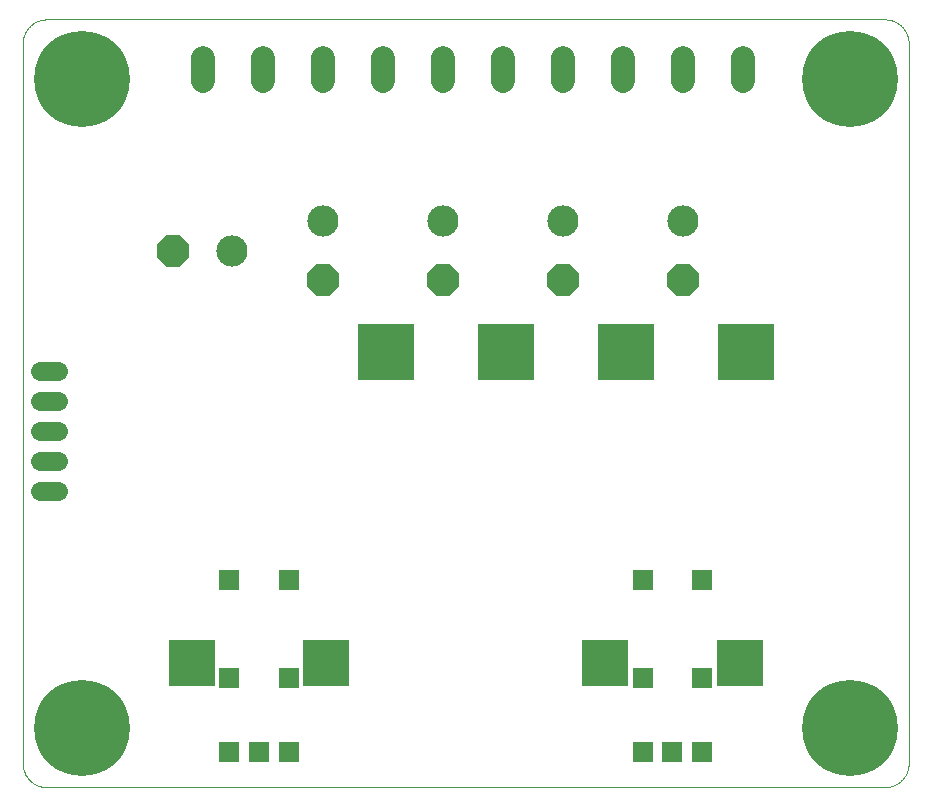
<source format=gbs>
G75*
%MOIN*%
%OFA0B0*%
%FSLAX25Y25*%
%IPPOS*%
%LPD*%
%AMOC8*
5,1,8,0,0,1.08239X$1,22.5*
%
%ADD10C,0.00400*%
%ADD11R,0.18510X0.18904*%
%ADD12R,0.04362X0.04362*%
%ADD13R,0.07093X0.07093*%
%ADD14R,0.15361X0.15361*%
%ADD15C,0.08077*%
%ADD16C,0.10400*%
%ADD17OC8,0.10400*%
%ADD18C,0.06306*%
%ADD19C,0.31896*%
D10*
X0012957Y0087909D02*
X0292485Y0087909D01*
X0292675Y0087911D01*
X0292865Y0087918D01*
X0293055Y0087930D01*
X0293245Y0087946D01*
X0293434Y0087966D01*
X0293623Y0087992D01*
X0293811Y0088021D01*
X0293998Y0088056D01*
X0294184Y0088095D01*
X0294369Y0088138D01*
X0294554Y0088186D01*
X0294737Y0088238D01*
X0294918Y0088294D01*
X0295098Y0088355D01*
X0295277Y0088421D01*
X0295454Y0088490D01*
X0295630Y0088564D01*
X0295803Y0088642D01*
X0295975Y0088725D01*
X0296144Y0088811D01*
X0296312Y0088901D01*
X0296477Y0088996D01*
X0296640Y0089094D01*
X0296800Y0089197D01*
X0296958Y0089303D01*
X0297113Y0089413D01*
X0297266Y0089526D01*
X0297416Y0089644D01*
X0297562Y0089765D01*
X0297706Y0089889D01*
X0297847Y0090017D01*
X0297985Y0090148D01*
X0298120Y0090283D01*
X0298251Y0090421D01*
X0298379Y0090562D01*
X0298503Y0090706D01*
X0298624Y0090852D01*
X0298742Y0091002D01*
X0298855Y0091155D01*
X0298965Y0091310D01*
X0299071Y0091468D01*
X0299174Y0091628D01*
X0299272Y0091791D01*
X0299367Y0091956D01*
X0299457Y0092124D01*
X0299543Y0092293D01*
X0299626Y0092465D01*
X0299704Y0092638D01*
X0299778Y0092814D01*
X0299847Y0092991D01*
X0299913Y0093170D01*
X0299974Y0093350D01*
X0300030Y0093531D01*
X0300082Y0093714D01*
X0300130Y0093899D01*
X0300173Y0094084D01*
X0300212Y0094270D01*
X0300247Y0094457D01*
X0300276Y0094645D01*
X0300302Y0094834D01*
X0300322Y0095023D01*
X0300338Y0095213D01*
X0300350Y0095403D01*
X0300357Y0095593D01*
X0300359Y0095783D01*
X0300359Y0335941D01*
X0300357Y0336131D01*
X0300350Y0336321D01*
X0300338Y0336511D01*
X0300322Y0336701D01*
X0300302Y0336890D01*
X0300276Y0337079D01*
X0300247Y0337267D01*
X0300212Y0337454D01*
X0300173Y0337640D01*
X0300130Y0337825D01*
X0300082Y0338010D01*
X0300030Y0338193D01*
X0299974Y0338374D01*
X0299913Y0338554D01*
X0299847Y0338733D01*
X0299778Y0338910D01*
X0299704Y0339086D01*
X0299626Y0339259D01*
X0299543Y0339431D01*
X0299457Y0339600D01*
X0299367Y0339768D01*
X0299272Y0339933D01*
X0299174Y0340096D01*
X0299071Y0340256D01*
X0298965Y0340414D01*
X0298855Y0340569D01*
X0298742Y0340722D01*
X0298624Y0340872D01*
X0298503Y0341018D01*
X0298379Y0341162D01*
X0298251Y0341303D01*
X0298120Y0341441D01*
X0297985Y0341576D01*
X0297847Y0341707D01*
X0297706Y0341835D01*
X0297562Y0341959D01*
X0297416Y0342080D01*
X0297266Y0342198D01*
X0297113Y0342311D01*
X0296958Y0342421D01*
X0296800Y0342527D01*
X0296640Y0342630D01*
X0296477Y0342728D01*
X0296312Y0342823D01*
X0296144Y0342913D01*
X0295975Y0342999D01*
X0295803Y0343082D01*
X0295630Y0343160D01*
X0295454Y0343234D01*
X0295277Y0343303D01*
X0295098Y0343369D01*
X0294918Y0343430D01*
X0294737Y0343486D01*
X0294554Y0343538D01*
X0294369Y0343586D01*
X0294184Y0343629D01*
X0293998Y0343668D01*
X0293811Y0343703D01*
X0293623Y0343732D01*
X0293434Y0343758D01*
X0293245Y0343778D01*
X0293055Y0343794D01*
X0292865Y0343806D01*
X0292675Y0343813D01*
X0292485Y0343815D01*
X0012957Y0343815D01*
X0012767Y0343813D01*
X0012577Y0343806D01*
X0012387Y0343794D01*
X0012197Y0343778D01*
X0012008Y0343758D01*
X0011819Y0343732D01*
X0011631Y0343703D01*
X0011444Y0343668D01*
X0011258Y0343629D01*
X0011073Y0343586D01*
X0010888Y0343538D01*
X0010705Y0343486D01*
X0010524Y0343430D01*
X0010344Y0343369D01*
X0010165Y0343303D01*
X0009988Y0343234D01*
X0009812Y0343160D01*
X0009639Y0343082D01*
X0009467Y0342999D01*
X0009298Y0342913D01*
X0009130Y0342823D01*
X0008965Y0342728D01*
X0008802Y0342630D01*
X0008642Y0342527D01*
X0008484Y0342421D01*
X0008329Y0342311D01*
X0008176Y0342198D01*
X0008026Y0342080D01*
X0007880Y0341959D01*
X0007736Y0341835D01*
X0007595Y0341707D01*
X0007457Y0341576D01*
X0007322Y0341441D01*
X0007191Y0341303D01*
X0007063Y0341162D01*
X0006939Y0341018D01*
X0006818Y0340872D01*
X0006700Y0340722D01*
X0006587Y0340569D01*
X0006477Y0340414D01*
X0006371Y0340256D01*
X0006268Y0340096D01*
X0006170Y0339933D01*
X0006075Y0339768D01*
X0005985Y0339600D01*
X0005899Y0339431D01*
X0005816Y0339259D01*
X0005738Y0339086D01*
X0005664Y0338910D01*
X0005595Y0338733D01*
X0005529Y0338554D01*
X0005468Y0338374D01*
X0005412Y0338193D01*
X0005360Y0338010D01*
X0005312Y0337825D01*
X0005269Y0337640D01*
X0005230Y0337454D01*
X0005195Y0337267D01*
X0005166Y0337079D01*
X0005140Y0336890D01*
X0005120Y0336701D01*
X0005104Y0336511D01*
X0005092Y0336321D01*
X0005085Y0336131D01*
X0005083Y0335941D01*
X0005083Y0095783D01*
X0005085Y0095593D01*
X0005092Y0095403D01*
X0005104Y0095213D01*
X0005120Y0095023D01*
X0005140Y0094834D01*
X0005166Y0094645D01*
X0005195Y0094457D01*
X0005230Y0094270D01*
X0005269Y0094084D01*
X0005312Y0093899D01*
X0005360Y0093714D01*
X0005412Y0093531D01*
X0005468Y0093350D01*
X0005529Y0093170D01*
X0005595Y0092991D01*
X0005664Y0092814D01*
X0005738Y0092638D01*
X0005816Y0092465D01*
X0005899Y0092293D01*
X0005985Y0092124D01*
X0006075Y0091956D01*
X0006170Y0091791D01*
X0006268Y0091628D01*
X0006371Y0091468D01*
X0006477Y0091310D01*
X0006587Y0091155D01*
X0006700Y0091002D01*
X0006818Y0090852D01*
X0006939Y0090706D01*
X0007063Y0090562D01*
X0007191Y0090421D01*
X0007322Y0090283D01*
X0007457Y0090148D01*
X0007595Y0090017D01*
X0007736Y0089889D01*
X0007880Y0089765D01*
X0008026Y0089644D01*
X0008176Y0089526D01*
X0008329Y0089413D01*
X0008484Y0089303D01*
X0008642Y0089197D01*
X0008802Y0089094D01*
X0008965Y0088996D01*
X0009130Y0088901D01*
X0009298Y0088811D01*
X0009467Y0088725D01*
X0009639Y0088642D01*
X0009812Y0088564D01*
X0009988Y0088490D01*
X0010165Y0088421D01*
X0010344Y0088355D01*
X0010524Y0088294D01*
X0010705Y0088238D01*
X0010888Y0088186D01*
X0011073Y0088138D01*
X0011258Y0088095D01*
X0011444Y0088056D01*
X0011631Y0088021D01*
X0011819Y0087992D01*
X0012008Y0087966D01*
X0012197Y0087946D01*
X0012387Y0087930D01*
X0012577Y0087918D01*
X0012767Y0087911D01*
X0012957Y0087909D01*
D11*
X0126058Y0232909D03*
X0166058Y0232909D03*
X0206058Y0232909D03*
X0246058Y0232909D03*
D12*
X0245270Y0232909D03*
X0245270Y0227398D03*
X0250782Y0227398D03*
X0250782Y0232909D03*
X0250782Y0238421D03*
X0245270Y0238421D03*
X0239759Y0238421D03*
X0239759Y0232909D03*
X0239759Y0227398D03*
X0210782Y0227398D03*
X0210782Y0232909D03*
X0205270Y0232909D03*
X0205270Y0227398D03*
X0199759Y0227398D03*
X0199759Y0232909D03*
X0199759Y0238421D03*
X0205270Y0238421D03*
X0210782Y0238421D03*
X0170782Y0238421D03*
X0170782Y0232909D03*
X0170782Y0227398D03*
X0165270Y0227398D03*
X0165270Y0232909D03*
X0159759Y0232909D03*
X0159759Y0227398D03*
X0159759Y0238421D03*
X0165270Y0238421D03*
X0130782Y0238421D03*
X0130782Y0232909D03*
X0130782Y0227398D03*
X0125270Y0227398D03*
X0125270Y0232909D03*
X0119759Y0232909D03*
X0119759Y0227398D03*
X0119759Y0238421D03*
X0125270Y0238421D03*
D13*
X0093666Y0156807D03*
X0073981Y0156807D03*
X0073981Y0124327D03*
X0093666Y0124327D03*
X0093666Y0099720D03*
X0093666Y0099720D03*
X0083823Y0099720D03*
X0083823Y0099720D03*
X0073981Y0099720D03*
X0073981Y0099720D03*
X0211776Y0099720D03*
X0211776Y0099720D03*
X0221619Y0099720D03*
X0221619Y0099720D03*
X0231461Y0099720D03*
X0231461Y0099720D03*
X0231461Y0124327D03*
X0211776Y0124327D03*
X0211776Y0156807D03*
X0231461Y0156807D03*
D14*
X0244060Y0129248D03*
X0199178Y0129248D03*
X0106264Y0129248D03*
X0061383Y0129248D03*
D15*
X0065083Y0323136D02*
X0065083Y0330813D01*
X0085083Y0330813D02*
X0085083Y0323136D01*
X0105083Y0323136D02*
X0105083Y0330813D01*
X0125083Y0330813D02*
X0125083Y0323136D01*
X0145083Y0323136D02*
X0145083Y0330813D01*
X0165083Y0330813D02*
X0165083Y0323136D01*
X0185083Y0323136D02*
X0185083Y0330813D01*
X0205083Y0330813D02*
X0205083Y0323136D01*
X0225083Y0323136D02*
X0225083Y0330813D01*
X0245083Y0330813D02*
X0245083Y0323136D01*
D16*
X0225083Y0276502D03*
X0185083Y0276502D03*
X0145083Y0276502D03*
X0105083Y0276502D03*
X0074926Y0266659D03*
D17*
X0055241Y0266659D03*
X0105083Y0256817D03*
X0145083Y0256817D03*
X0185083Y0256817D03*
X0225083Y0256817D03*
D18*
X0016786Y0226659D02*
X0010881Y0226659D01*
X0010881Y0216659D02*
X0016786Y0216659D01*
X0016786Y0206659D02*
X0010881Y0206659D01*
X0010881Y0196659D02*
X0016786Y0196659D01*
X0016786Y0186659D02*
X0010881Y0186659D01*
D19*
X0024768Y0107594D03*
X0024768Y0324130D03*
X0280674Y0324130D03*
X0280674Y0107594D03*
M02*

</source>
